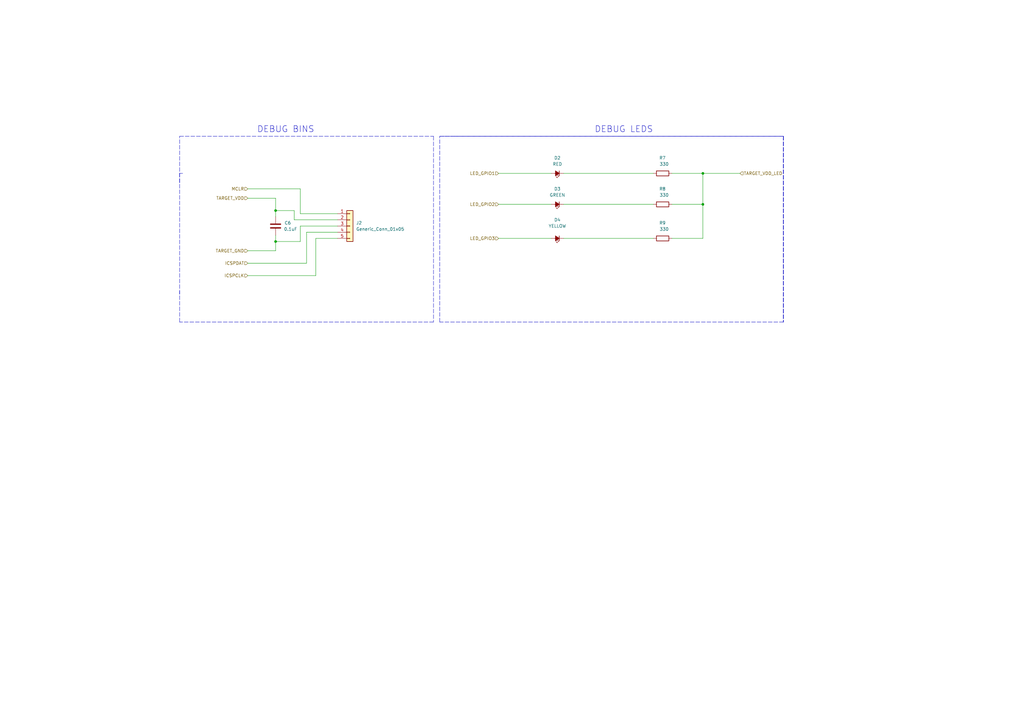
<source format=kicad_sch>
(kicad_sch (version 20211123) (generator eeschema)

  (uuid 757e5d5f-da36-4f3f-8292-1d991955bf34)

  (paper "A3")

  (lib_symbols
    (symbol "Device:C" (pin_numbers hide) (pin_names (offset 0.254)) (in_bom yes) (on_board yes)
      (property "Reference" "C" (id 0) (at 0.635 2.54 0)
        (effects (font (size 1.27 1.27)) (justify left))
      )
      (property "Value" "C" (id 1) (at 0.635 -2.54 0)
        (effects (font (size 1.27 1.27)) (justify left))
      )
      (property "Footprint" "" (id 2) (at 0.9652 -3.81 0)
        (effects (font (size 1.27 1.27)) hide)
      )
      (property "Datasheet" "~" (id 3) (at 0 0 0)
        (effects (font (size 1.27 1.27)) hide)
      )
      (property "ki_keywords" "cap capacitor" (id 4) (at 0 0 0)
        (effects (font (size 1.27 1.27)) hide)
      )
      (property "ki_description" "Unpolarized capacitor" (id 5) (at 0 0 0)
        (effects (font (size 1.27 1.27)) hide)
      )
      (property "ki_fp_filters" "C_*" (id 6) (at 0 0 0)
        (effects (font (size 1.27 1.27)) hide)
      )
      (symbol "C_0_1"
        (polyline
          (pts
            (xy -2.032 -0.762)
            (xy 2.032 -0.762)
          )
          (stroke (width 0.508) (type default) (color 0 0 0 0))
          (fill (type none))
        )
        (polyline
          (pts
            (xy -2.032 0.762)
            (xy 2.032 0.762)
          )
          (stroke (width 0.508) (type default) (color 0 0 0 0))
          (fill (type none))
        )
      )
      (symbol "C_1_1"
        (pin passive line (at 0 3.81 270) (length 2.794)
          (name "~" (effects (font (size 1.27 1.27))))
          (number "1" (effects (font (size 1.27 1.27))))
        )
        (pin passive line (at 0 -3.81 90) (length 2.794)
          (name "~" (effects (font (size 1.27 1.27))))
          (number "2" (effects (font (size 1.27 1.27))))
        )
      )
    )
    (symbol "Device:LED_Small_Filled" (pin_numbers hide) (pin_names (offset 0.254) hide) (in_bom yes) (on_board yes)
      (property "Reference" "D" (id 0) (at -1.27 3.175 0)
        (effects (font (size 1.27 1.27)) (justify left))
      )
      (property "Value" "LED_Small_Filled" (id 1) (at -4.445 -2.54 0)
        (effects (font (size 1.27 1.27)) (justify left))
      )
      (property "Footprint" "" (id 2) (at 0 0 90)
        (effects (font (size 1.27 1.27)) hide)
      )
      (property "Datasheet" "~" (id 3) (at 0 0 90)
        (effects (font (size 1.27 1.27)) hide)
      )
      (property "ki_keywords" "LED diode light-emitting-diode" (id 4) (at 0 0 0)
        (effects (font (size 1.27 1.27)) hide)
      )
      (property "ki_description" "Light emitting diode, small symbol, filled shape" (id 5) (at 0 0 0)
        (effects (font (size 1.27 1.27)) hide)
      )
      (property "ki_fp_filters" "LED* LED_SMD:* LED_THT:*" (id 6) (at 0 0 0)
        (effects (font (size 1.27 1.27)) hide)
      )
      (symbol "LED_Small_Filled_0_1"
        (polyline
          (pts
            (xy -0.762 -1.016)
            (xy -0.762 1.016)
          )
          (stroke (width 0.254) (type default) (color 0 0 0 0))
          (fill (type none))
        )
        (polyline
          (pts
            (xy 1.016 0)
            (xy -0.762 0)
          )
          (stroke (width 0) (type default) (color 0 0 0 0))
          (fill (type none))
        )
        (polyline
          (pts
            (xy 0.762 -1.016)
            (xy -0.762 0)
            (xy 0.762 1.016)
            (xy 0.762 -1.016)
          )
          (stroke (width 0.254) (type default) (color 0 0 0 0))
          (fill (type outline))
        )
        (polyline
          (pts
            (xy 0 0.762)
            (xy -0.508 1.27)
            (xy -0.254 1.27)
            (xy -0.508 1.27)
            (xy -0.508 1.016)
          )
          (stroke (width 0) (type default) (color 0 0 0 0))
          (fill (type none))
        )
        (polyline
          (pts
            (xy 0.508 1.27)
            (xy 0 1.778)
            (xy 0.254 1.778)
            (xy 0 1.778)
            (xy 0 1.524)
          )
          (stroke (width 0) (type default) (color 0 0 0 0))
          (fill (type none))
        )
      )
      (symbol "LED_Small_Filled_1_1"
        (pin passive line (at -2.54 0 0) (length 1.778)
          (name "K" (effects (font (size 1.27 1.27))))
          (number "1" (effects (font (size 1.27 1.27))))
        )
        (pin passive line (at 2.54 0 180) (length 1.778)
          (name "A" (effects (font (size 1.27 1.27))))
          (number "2" (effects (font (size 1.27 1.27))))
        )
      )
    )
    (symbol "Device:R" (pin_numbers hide) (pin_names (offset 0)) (in_bom yes) (on_board yes)
      (property "Reference" "R" (id 0) (at 2.032 0 90)
        (effects (font (size 1.27 1.27)))
      )
      (property "Value" "R" (id 1) (at 0 0 90)
        (effects (font (size 1.27 1.27)))
      )
      (property "Footprint" "" (id 2) (at -1.778 0 90)
        (effects (font (size 1.27 1.27)) hide)
      )
      (property "Datasheet" "~" (id 3) (at 0 0 0)
        (effects (font (size 1.27 1.27)) hide)
      )
      (property "ki_keywords" "R res resistor" (id 4) (at 0 0 0)
        (effects (font (size 1.27 1.27)) hide)
      )
      (property "ki_description" "Resistor" (id 5) (at 0 0 0)
        (effects (font (size 1.27 1.27)) hide)
      )
      (property "ki_fp_filters" "R_*" (id 6) (at 0 0 0)
        (effects (font (size 1.27 1.27)) hide)
      )
      (symbol "R_0_1"
        (rectangle (start -1.016 -2.54) (end 1.016 2.54)
          (stroke (width 0.254) (type default) (color 0 0 0 0))
          (fill (type none))
        )
      )
      (symbol "R_1_1"
        (pin passive line (at 0 3.81 270) (length 1.27)
          (name "~" (effects (font (size 1.27 1.27))))
          (number "1" (effects (font (size 1.27 1.27))))
        )
        (pin passive line (at 0 -3.81 90) (length 1.27)
          (name "~" (effects (font (size 1.27 1.27))))
          (number "2" (effects (font (size 1.27 1.27))))
        )
      )
    )
    (symbol "avionics_board-cache:Connector_Generic_Conn_01x05" (pin_names (offset 1.016) hide) (in_bom yes) (on_board yes)
      (property "Reference" "J" (id 0) (at 0 7.62 0)
        (effects (font (size 1.27 1.27)))
      )
      (property "Value" "Connector_Generic_Conn_01x05" (id 1) (at 0 -7.62 0)
        (effects (font (size 1.27 1.27)))
      )
      (property "Footprint" "" (id 2) (at 0 0 0)
        (effects (font (size 1.27 1.27)) hide)
      )
      (property "Datasheet" "" (id 3) (at 0 0 0)
        (effects (font (size 1.27 1.27)) hide)
      )
      (property "ki_fp_filters" "Connector*:*_1x??_*" (id 4) (at 0 0 0)
        (effects (font (size 1.27 1.27)) hide)
      )
      (symbol "Connector_Generic_Conn_01x05_1_1"
        (rectangle (start -1.27 -4.953) (end 0 -5.207)
          (stroke (width 0.1524) (type default) (color 0 0 0 0))
          (fill (type none))
        )
        (rectangle (start -1.27 -2.413) (end 0 -2.667)
          (stroke (width 0.1524) (type default) (color 0 0 0 0))
          (fill (type none))
        )
        (rectangle (start -1.27 0.127) (end 0 -0.127)
          (stroke (width 0.1524) (type default) (color 0 0 0 0))
          (fill (type none))
        )
        (rectangle (start -1.27 2.667) (end 0 2.413)
          (stroke (width 0.1524) (type default) (color 0 0 0 0))
          (fill (type none))
        )
        (rectangle (start -1.27 5.207) (end 0 4.953)
          (stroke (width 0.1524) (type default) (color 0 0 0 0))
          (fill (type none))
        )
        (rectangle (start -1.27 6.35) (end 1.27 -6.35)
          (stroke (width 0.254) (type default) (color 0 0 0 0))
          (fill (type background))
        )
        (pin passive line (at -5.08 5.08 0) (length 3.81)
          (name "Pin_1" (effects (font (size 1.27 1.27))))
          (number "1" (effects (font (size 1.27 1.27))))
        )
        (pin passive line (at -5.08 2.54 0) (length 3.81)
          (name "Pin_2" (effects (font (size 1.27 1.27))))
          (number "2" (effects (font (size 1.27 1.27))))
        )
        (pin passive line (at -5.08 0 0) (length 3.81)
          (name "Pin_3" (effects (font (size 1.27 1.27))))
          (number "3" (effects (font (size 1.27 1.27))))
        )
        (pin passive line (at -5.08 -2.54 0) (length 3.81)
          (name "Pin_4" (effects (font (size 1.27 1.27))))
          (number "4" (effects (font (size 1.27 1.27))))
        )
        (pin passive line (at -5.08 -5.08 0) (length 3.81)
          (name "Pin_5" (effects (font (size 1.27 1.27))))
          (number "5" (effects (font (size 1.27 1.27))))
        )
      )
    )
  )

  (junction (at 288.29 83.82) (diameter 0) (color 0 0 0 0)
    (uuid 0bbfb741-dac6-41e4-85ae-89ee661870d2)
  )
  (junction (at 288.29 71.12) (diameter 0) (color 0 0 0 0)
    (uuid 52279d53-21e2-448e-b62e-cbdc6e1595a7)
  )
  (junction (at 113.03 86.36) (diameter 0) (color 0 0 0 0)
    (uuid a137ae0e-650f-404a-8ff1-6d4715cc43a4)
  )
  (junction (at 113.03 99.06) (diameter 0) (color 0 0 0 0)
    (uuid d7958406-31fe-4247-a977-b1838772a194)
  )

  (wire (pts (xy 113.03 99.06) (xy 113.03 96.52))
    (stroke (width 0) (type default) (color 0 0 0 0))
    (uuid 0a1888d5-ae2c-4d9b-a2b9-ff0cfd489ddc)
  )
  (wire (pts (xy 138.43 90.17) (xy 120.65 90.17))
    (stroke (width 0) (type default) (color 0 0 0 0))
    (uuid 0c83b2e4-5812-4819-8415-1580c514aace)
  )
  (wire (pts (xy 101.6 113.03) (xy 129.54 113.03))
    (stroke (width 0) (type default) (color 0 0 0 0))
    (uuid 0e107892-9115-4121-b131-7a8ae34d7b15)
  )
  (polyline (pts (xy 73.66 132.08) (xy 73.66 119.38))
    (stroke (width 0) (type default) (color 0 0 0 0))
    (uuid 0e8b677e-fce8-4b71-b2d1-792115501b2e)
  )

  (wire (pts (xy 113.03 81.28) (xy 113.03 86.36))
    (stroke (width 0) (type default) (color 0 0 0 0))
    (uuid 1659804d-03eb-42ee-a0af-b4824fdc8319)
  )
  (wire (pts (xy 113.03 102.87) (xy 113.03 99.06))
    (stroke (width 0) (type default) (color 0 0 0 0))
    (uuid 17aba504-1245-434a-bc98-1ea34b199293)
  )
  (wire (pts (xy 101.6 102.87) (xy 113.03 102.87))
    (stroke (width 0) (type default) (color 0 0 0 0))
    (uuid 1be40b6d-7431-40cd-a43f-86ad45473dbd)
  )
  (wire (pts (xy 120.65 90.17) (xy 120.65 86.36))
    (stroke (width 0) (type default) (color 0 0 0 0))
    (uuid 1ebfb8b4-7cff-4529-9ddf-b1e8614d2984)
  )
  (wire (pts (xy 288.29 83.82) (xy 288.29 71.12))
    (stroke (width 0) (type default) (color 0 0 0 0))
    (uuid 22601fd7-5914-414a-85c7-4b04ca215cc5)
  )
  (wire (pts (xy 113.03 86.36) (xy 113.03 88.9))
    (stroke (width 0) (type default) (color 0 0 0 0))
    (uuid 278ba70e-d397-4972-a2c0-d9bddabfcc57)
  )
  (wire (pts (xy 231.14 71.12) (xy 267.97 71.12))
    (stroke (width 0) (type default) (color 0 0 0 0))
    (uuid 29635dc2-4350-45a5-8b70-40fcd50aad1d)
  )
  (polyline (pts (xy 181.61 55.88) (xy 321.31 55.88))
    (stroke (width 0) (type default) (color 0 0 0 0))
    (uuid 2d1b3bc3-01dd-447f-8efb-645ce24e4130)
  )

  (wire (pts (xy 275.59 71.12) (xy 288.29 71.12))
    (stroke (width 0) (type default) (color 0 0 0 0))
    (uuid 3609eaa0-26d3-4afd-ad47-633286df2230)
  )
  (polyline (pts (xy 177.8 132.08) (xy 73.66 132.08))
    (stroke (width 0) (type default) (color 0 0 0 0))
    (uuid 3b554956-9a87-4d54-aae5-2713dcfbcbc0)
  )

  (wire (pts (xy 204.47 71.12) (xy 226.06 71.12))
    (stroke (width 0) (type default) (color 0 0 0 0))
    (uuid 4d71b137-5c2d-4722-9f6f-e00a9eb33638)
  )
  (wire (pts (xy 204.47 97.79) (xy 226.06 97.79))
    (stroke (width 0) (type default) (color 0 0 0 0))
    (uuid 4fd3e7c7-76c9-4548-bb78-70636b50d9c9)
  )
  (wire (pts (xy 275.59 83.82) (xy 288.29 83.82))
    (stroke (width 0) (type default) (color 0 0 0 0))
    (uuid 535f1efd-a49c-4a80-a843-d37c7d33dedd)
  )
  (polyline (pts (xy 321.31 132.08) (xy 180.34 132.08))
    (stroke (width 0) (type default) (color 0 0 0 0))
    (uuid 54e44724-4518-40b5-a1b2-afdbe0fb6f69)
  )
  (polyline (pts (xy 321.31 55.88) (xy 321.31 132.08))
    (stroke (width 0) (type default) (color 0 0 0 0))
    (uuid 58f0271a-bff6-41e7-993e-fda0c58820c8)
  )

  (wire (pts (xy 288.29 71.12) (xy 303.53 71.12))
    (stroke (width 0) (type default) (color 0 0 0 0))
    (uuid 5ce4d929-8afe-47ef-9261-d28633e7a64f)
  )
  (wire (pts (xy 231.14 83.82) (xy 267.97 83.82))
    (stroke (width 0) (type default) (color 0 0 0 0))
    (uuid 676150a6-ec46-465c-a5f2-9f216d260651)
  )
  (wire (pts (xy 125.73 95.25) (xy 138.43 95.25))
    (stroke (width 0) (type default) (color 0 0 0 0))
    (uuid 6975c1aa-03b2-4439-99f7-a4dfaf8d7487)
  )
  (wire (pts (xy 123.19 87.63) (xy 138.43 87.63))
    (stroke (width 0) (type default) (color 0 0 0 0))
    (uuid 6bdfbe5d-3ac2-43e9-8b91-d0562c6ab260)
  )
  (wire (pts (xy 123.19 92.71) (xy 123.19 99.06))
    (stroke (width 0) (type default) (color 0 0 0 0))
    (uuid 6cd3c8c8-2b6a-4eca-8378-82fb0f67f8b6)
  )
  (wire (pts (xy 288.29 97.79) (xy 288.29 83.82))
    (stroke (width 0) (type default) (color 0 0 0 0))
    (uuid 7155bb71-73f7-4e82-b536-e51ecda74012)
  )
  (polyline (pts (xy 180.34 132.08) (xy 180.34 55.88))
    (stroke (width 0) (type default) (color 0 0 0 0))
    (uuid 78150116-97df-4e7d-979a-691814dce828)
  )

  (wire (pts (xy 138.43 92.71) (xy 123.19 92.71))
    (stroke (width 0) (type default) (color 0 0 0 0))
    (uuid 8ac4d31f-10c0-4b6f-9763-a0849d9b6614)
  )
  (wire (pts (xy 129.54 113.03) (xy 129.54 97.79))
    (stroke (width 0) (type default) (color 0 0 0 0))
    (uuid 90f95422-cee2-41f1-bb31-4d240000b48c)
  )
  (wire (pts (xy 120.65 86.36) (xy 113.03 86.36))
    (stroke (width 0) (type default) (color 0 0 0 0))
    (uuid 97c2c7d8-b745-4987-b0ed-2089ced4b8be)
  )
  (wire (pts (xy 231.14 97.79) (xy 267.97 97.79))
    (stroke (width 0) (type default) (color 0 0 0 0))
    (uuid 9810ebba-9f9b-40ab-b475-4c39d9164eae)
  )
  (wire (pts (xy 204.47 83.82) (xy 226.06 83.82))
    (stroke (width 0) (type default) (color 0 0 0 0))
    (uuid 9975d93b-998d-4725-bcb4-5c892d30bd5a)
  )
  (polyline (pts (xy 180.34 55.88) (xy 321.31 55.88))
    (stroke (width 0) (type default) (color 0 0 0 0))
    (uuid a3faa04a-ff3c-44fa-8af0-32edb848dc75)
  )

  (wire (pts (xy 275.59 97.79) (xy 288.29 97.79))
    (stroke (width 0) (type default) (color 0 0 0 0))
    (uuid a5aa120e-3fd9-42f2-8597-b9f953e3c2f9)
  )
  (wire (pts (xy 123.19 77.47) (xy 123.19 87.63))
    (stroke (width 0) (type default) (color 0 0 0 0))
    (uuid b4fc0e19-9cf5-4c16-853e-88dffc42f5e7)
  )
  (polyline (pts (xy 321.31 55.88) (xy 321.31 132.08))
    (stroke (width 0) (type default) (color 0 0 0 0))
    (uuid b53d5d33-f83d-47b4-9fb8-bca755197bf5)
  )
  (polyline (pts (xy 73.66 71.12) (xy 74.93 71.12))
    (stroke (width 0) (type default) (color 0 0 0 0))
    (uuid b5d2a1f1-03c0-4595-9c49-bc69e36ce90f)
  )

  (wire (pts (xy 101.6 107.95) (xy 125.73 107.95))
    (stroke (width 0) (type default) (color 0 0 0 0))
    (uuid b72638db-569c-4145-8e7b-66fba67390f3)
  )
  (wire (pts (xy 101.6 77.47) (xy 123.19 77.47))
    (stroke (width 0) (type default) (color 0 0 0 0))
    (uuid bb19840d-9d80-45d9-a2bd-fa601d7becb7)
  )
  (polyline (pts (xy 73.66 120.65) (xy 73.66 71.12))
    (stroke (width 0) (type default) (color 0 0 0 0))
    (uuid bcfbbf7a-672b-4ad3-8bc2-59f4dc4de5ef)
  )
  (polyline (pts (xy 73.66 74.93) (xy 73.66 55.88))
    (stroke (width 0) (type default) (color 0 0 0 0))
    (uuid c95b732d-ef25-4204-add9-f483489e3861)
  )

  (wire (pts (xy 123.19 99.06) (xy 113.03 99.06))
    (stroke (width 0) (type default) (color 0 0 0 0))
    (uuid cbffd38d-bf68-4324-8975-b13e8b1cbc8f)
  )
  (wire (pts (xy 101.6 81.28) (xy 113.03 81.28))
    (stroke (width 0) (type default) (color 0 0 0 0))
    (uuid d57c5a55-a817-4359-8d78-9e40c933aa2d)
  )
  (wire (pts (xy 125.73 107.95) (xy 125.73 95.25))
    (stroke (width 0) (type default) (color 0 0 0 0))
    (uuid dc722d5e-fc50-4cf8-9698-36b2a7c60768)
  )
  (polyline (pts (xy 177.8 55.88) (xy 177.8 132.08))
    (stroke (width 0) (type default) (color 0 0 0 0))
    (uuid dc982f2b-4dad-43e8-8b2a-1b780d0bcac1)
  )

  (wire (pts (xy 129.54 97.79) (xy 138.43 97.79))
    (stroke (width 0) (type default) (color 0 0 0 0))
    (uuid dee92299-e8f7-42e1-bbd1-b7de263482de)
  )
  (polyline (pts (xy 73.66 55.88) (xy 177.8 55.88))
    (stroke (width 0) (type default) (color 0 0 0 0))
    (uuid e3f4aa68-76ed-4594-aa4e-3ef220c80114)
  )
  (polyline (pts (xy 186.69 55.88) (xy 321.31 55.88))
    (stroke (width 0) (type default) (color 0 0 0 0))
    (uuid e8ba37aa-ea5b-45c1-8db0-7d88be8db866)
  )
  (polyline (pts (xy 321.31 55.88) (xy 321.31 132.08))
    (stroke (width 0) (type default) (color 0 0 0 0))
    (uuid f56e5f9d-13a7-4737-a266-738f045c5713)
  )
  (polyline (pts (xy 180.34 55.88) (xy 186.69 55.88))
    (stroke (width 0) (type default) (color 0 0 0 0))
    (uuid fd8312eb-2fe4-429b-9ba8-f969e9d35b38)
  )

  (text "DEBUG BINS" (at 105.41 54.61 0)
    (effects (font (size 2.54 2.54)) (justify left bottom))
    (uuid 44fe8706-884b-4ac0-99d6-542b82c332f9)
  )
  (text "DEBUG LEDS" (at 243.84 54.61 0)
    (effects (font (size 2.54 2.54)) (justify left bottom))
    (uuid 6b6d8fed-50d8-4870-a6e7-8df815dc39f5)
  )

  (hierarchical_label "LED_GPIO3" (shape input) (at 204.47 97.79 180)
    (effects (font (size 1.27 1.27)) (justify right))
    (uuid 3b528d29-a7ce-45eb-be53-cb97cc1e0acb)
  )
  (hierarchical_label "MCLR" (shape input) (at 101.6 77.47 180)
    (effects (font (size 1.27 1.27)) (justify right))
    (uuid 48ac4c30-fa2e-4a67-8f7a-c41e1b53fef1)
  )
  (hierarchical_label "TARGET_VDD_LED" (shape input) (at 303.53 71.12 0)
    (effects (font (size 1.27 1.27)) (justify left))
    (uuid 5766e482-e474-44dd-b64d-a92c974904b7)
  )
  (hierarchical_label "ICSPCLK" (shape input) (at 101.6 113.03 180)
    (effects (font (size 1.27 1.27)) (justify right))
    (uuid 5f974223-54b0-451b-b696-a37f2547db86)
  )
  (hierarchical_label "LED_GPIO1" (shape input) (at 204.47 71.12 180)
    (effects (font (size 1.27 1.27)) (justify right))
    (uuid 6fae9a57-d8a4-468f-b9f9-3883e5c70d34)
  )
  (hierarchical_label "TARGET_VDD" (shape input) (at 101.6 81.28 180)
    (effects (font (size 1.27 1.27)) (justify right))
    (uuid 748990b4-ff7f-4d8b-b243-60c7a7b87743)
  )
  (hierarchical_label "LED_GPIO2" (shape input) (at 204.47 83.82 180)
    (effects (font (size 1.27 1.27)) (justify right))
    (uuid 9ba7dc72-30ab-459c-b7f7-117aa274a468)
  )
  (hierarchical_label "TARGET_GND" (shape input) (at 101.6 102.87 180)
    (effects (font (size 1.27 1.27)) (justify right))
    (uuid a420acdf-58d6-47ac-b02a-494ff973f47f)
  )
  (hierarchical_label "ICSPDAT" (shape input) (at 101.6 107.95 180)
    (effects (font (size 1.27 1.27)) (justify right))
    (uuid f3e228f6-fb3b-4055-9462-a490dd9592b3)
  )

  (symbol (lib_id "Device:R") (at 271.78 71.12 90) (unit 1)
    (in_bom yes) (on_board yes)
    (uuid 2374870c-11fc-463e-88c6-ac441ae01a16)
    (property "Reference" "R7" (id 0) (at 273.05 64.77 90)
      (effects (font (size 1.27 1.27)) (justify left))
    )
    (property "Value" "330" (id 1) (at 274.32 67.31 90)
      (effects (font (size 1.27 1.27)) (justify left))
    )
    (property "Footprint" "Resistor_SMD:R_0603_1608Metric_Pad0.98x0.95mm_HandSolder" (id 2) (at 271.78 72.898 90)
      (effects (font (size 1.27 1.27)) hide)
    )
    (property "Datasheet" "~" (id 3) (at 271.78 71.12 0)
      (effects (font (size 1.27 1.27)) hide)
    )
    (pin "1" (uuid e7d759b7-96e3-4c39-aaa4-d70c3f24d1f0))
    (pin "2" (uuid 709b24cc-cc8d-45c7-8026-7ade0a3a14b9))
  )

  (symbol (lib_id "Device:LED_Small_Filled") (at 228.6 97.79 180) (unit 1)
    (in_bom yes) (on_board yes)
    (uuid 684df057-312b-4a12-b960-3d0e61cf3ada)
    (property "Reference" "D4" (id 0) (at 228.6 90.17 0))
    (property "Value" "YELLOW" (id 1) (at 228.6 92.71 0))
    (property "Footprint" "LED_SMD:LED_0603_1608Metric_Pad1.05x0.95mm_HandSolder" (id 2) (at 228.6 97.79 90)
      (effects (font (size 1.27 1.27)) hide)
    )
    (property "Datasheet" "~" (id 3) (at 228.6 97.79 90)
      (effects (font (size 1.27 1.27)) hide)
    )
    (pin "1" (uuid e0aaa7e5-905d-4c84-ab35-31fe60dcdd68))
    (pin "2" (uuid eed446d1-7476-4fb9-aef3-d89f9446e9b4))
  )

  (symbol (lib_id "Device:C") (at 113.03 92.71 180) (unit 1)
    (in_bom yes) (on_board yes)
    (uuid 685834d7-a97c-40c7-a170-942935440d4e)
    (property "Reference" "C6" (id 0) (at 119.38 91.44 0)
      (effects (font (size 1.27 1.27)) (justify left))
    )
    (property "Value" "0.1uF" (id 1) (at 121.92 93.98 0)
      (effects (font (size 1.27 1.27)) (justify left))
    )
    (property "Footprint" "Capacitor_SMD:C_0603_1608Metric_Pad1.08x0.95mm_HandSolder" (id 2) (at 112.0648 88.9 0)
      (effects (font (size 1.27 1.27)) hide)
    )
    (property "Datasheet" "~" (id 3) (at 113.03 92.71 0)
      (effects (font (size 1.27 1.27)) hide)
    )
    (property "Voltage" "25V" (id 4) (at 113.03 92.71 0)
      (effects (font (size 1.27 1.27)) hide)
    )
    (property "Mfr. #" "CL10B104KA8NNNC" (id 5) (at 113.03 92.71 0)
      (effects (font (size 1.27 1.27)) hide)
    )
    (property "Order" "https://www.digikey.com/product-detail/en/samsung-electro-mechanics/CL10B104KA8NNNC/1276-1006-1-ND/3889092" (id 6) (at 113.03 92.71 0)
      (effects (font (size 1.27 1.27)) hide)
    )
    (pin "1" (uuid 0cfb7284-5829-4d7b-b9eb-bcbb356ca0a1))
    (pin "2" (uuid 8e327319-b569-4a77-a684-6214a7434f5d))
  )

  (symbol (lib_id "Device:LED_Small_Filled") (at 228.6 71.12 180) (unit 1)
    (in_bom yes) (on_board yes)
    (uuid aa552342-8f67-489a-844d-ebd2bce3cdd6)
    (property "Reference" "D2" (id 0) (at 228.6 64.77 0))
    (property "Value" "RED" (id 1) (at 228.6 67.31 0))
    (property "Footprint" "LED_SMD:LED_0603_1608Metric_Pad1.05x0.95mm_HandSolder" (id 2) (at 228.6 71.12 90)
      (effects (font (size 1.27 1.27)) hide)
    )
    (property "Datasheet" "~" (id 3) (at 228.6 71.12 90)
      (effects (font (size 1.27 1.27)) hide)
    )
    (pin "1" (uuid f5417487-011d-4d16-92b9-0eef68721a85))
    (pin "2" (uuid 76cecbca-217e-493c-ab34-254085e399e4))
  )

  (symbol (lib_id "Device:R") (at 271.78 97.79 90) (unit 1)
    (in_bom yes) (on_board yes)
    (uuid d241e69f-4e30-49c5-b75e-fe39171a5899)
    (property "Reference" "R9" (id 0) (at 273.05 91.44 90)
      (effects (font (size 1.27 1.27)) (justify left))
    )
    (property "Value" "330" (id 1) (at 274.32 93.98 90)
      (effects (font (size 1.27 1.27)) (justify left))
    )
    (property "Footprint" "Resistor_SMD:R_0603_1608Metric_Pad0.98x0.95mm_HandSolder" (id 2) (at 271.78 99.568 90)
      (effects (font (size 1.27 1.27)) hide)
    )
    (property "Datasheet" "~" (id 3) (at 271.78 97.79 0)
      (effects (font (size 1.27 1.27)) hide)
    )
    (pin "1" (uuid 7093f23a-105d-41c3-9393-876a3aa42756))
    (pin "2" (uuid 4fd63bc6-1752-458f-9f5c-f4efe008241d))
  )

  (symbol (lib_id "avionics_board-cache:Connector_Generic_Conn_01x05") (at 143.51 92.71 0) (unit 1)
    (in_bom yes) (on_board yes) (fields_autoplaced)
    (uuid d3a51349-28f4-4529-a091-383e21c10a0b)
    (property "Reference" "J2" (id 0) (at 146.05 91.4399 0)
      (effects (font (size 1.27 1.27)) (justify left))
    )
    (property "Value" "Generic_Conn_01x05" (id 1) (at 146.05 93.9799 0)
      (effects (font (size 1.27 1.27)) (justify left))
    )
    (property "Footprint" "Connector_PinHeader_2.54mm:PinHeader_1x05_P2.54mm_Vertical" (id 2) (at 143.51 92.71 0)
      (effects (font (size 1.27 1.27)) hide)
    )
    (property "Datasheet" "" (id 3) (at 143.51 92.71 0)
      (effects (font (size 1.27 1.27)) hide)
    )
    (pin "1" (uuid de589fca-e528-4d9d-88c3-9fb59d406d80))
    (pin "2" (uuid c04e50f2-d5aa-4a23-a606-4b4ca7d7a313))
    (pin "3" (uuid c221eefe-1cf5-48d5-b941-f08de75c2fe3))
    (pin "4" (uuid 5b6af5a7-591e-4959-8c60-02f298d40677))
    (pin "5" (uuid 4cd38139-85d8-4bb0-8ec5-44fb4adb00fa))
  )

  (symbol (lib_id "Device:LED_Small_Filled") (at 228.6 83.82 180) (unit 1)
    (in_bom yes) (on_board yes)
    (uuid ec022e02-80cb-489a-b327-d91c9312c53e)
    (property "Reference" "D3" (id 0) (at 228.6 77.47 0))
    (property "Value" "GREEN" (id 1) (at 228.6 80.01 0))
    (property "Footprint" "LED_SMD:LED_0603_1608Metric_Pad1.05x0.95mm_HandSolder" (id 2) (at 228.6 83.82 90)
      (effects (font (size 1.27 1.27)) hide)
    )
    (property "Datasheet" "~" (id 3) (at 228.6 83.82 90)
      (effects (font (size 1.27 1.27)) hide)
    )
    (pin "1" (uuid 2c2d0205-c912-43be-954d-5fb19bdc31e0))
    (pin "2" (uuid f3523968-2770-419f-9f1b-18a7f04b48c2))
  )

  (symbol (lib_id "Device:R") (at 271.78 83.82 90) (unit 1)
    (in_bom yes) (on_board yes)
    (uuid fe068832-4e61-49c6-a44e-ff7ae58a7756)
    (property "Reference" "R8" (id 0) (at 273.05 77.47 90)
      (effects (font (size 1.27 1.27)) (justify left))
    )
    (property "Value" "330" (id 1) (at 274.32 80.01 90)
      (effects (font (size 1.27 1.27)) (justify left))
    )
    (property "Footprint" "Resistor_SMD:R_0603_1608Metric_Pad0.98x0.95mm_HandSolder" (id 2) (at 271.78 85.598 90)
      (effects (font (size 1.27 1.27)) hide)
    )
    (property "Datasheet" "~" (id 3) (at 271.78 83.82 0)
      (effects (font (size 1.27 1.27)) hide)
    )
    (pin "1" (uuid 6ccce700-e87c-4714-a145-96ba6b7b6d1b))
    (pin "2" (uuid bd8e27b4-e30f-4656-9fd4-19aa6beb996c))
  )
)

</source>
